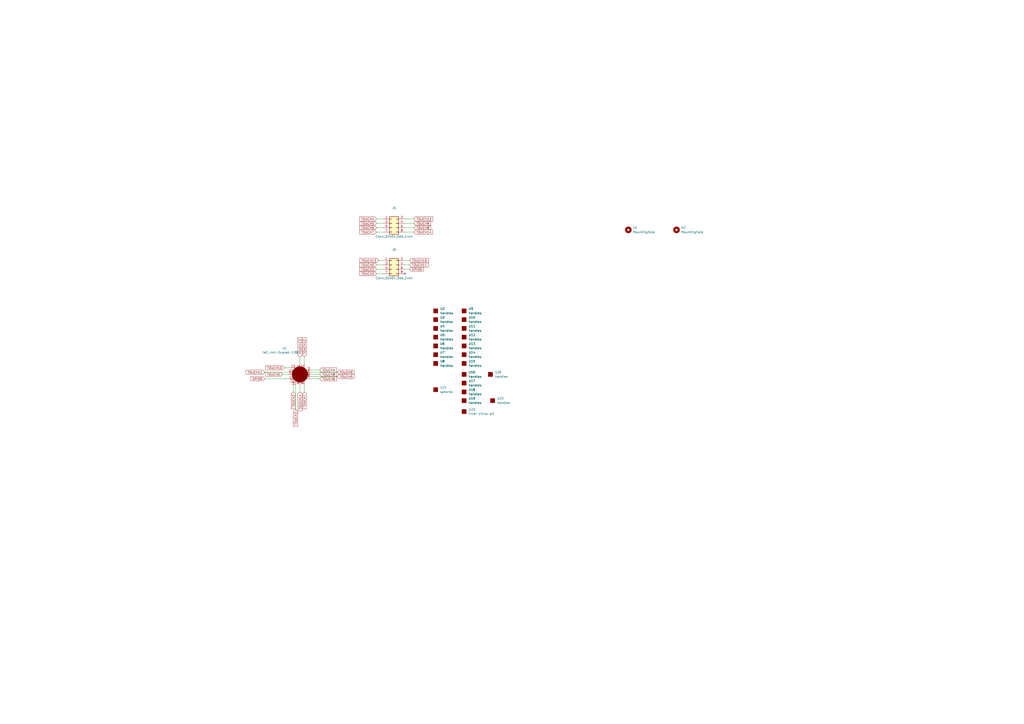
<source format=kicad_sch>
(kicad_sch (version 20211123) (generator eeschema)
  (paper "A2")
  (title_block (title "Side Facing LEDs Prototype") (company "Ironwood Cyber Inc"))
  (lib_symbols
    (symbol "Connector_Generic:Conn_02x04_Odd_Even" (pin_names (offset 1.016) hide)
      (property "Reference" "J" (at 1.27 5.08 0))
      (property "Value" "Conn_02x04_Odd_Even" (at 1.27 -7.62 0))
      (symbol "Conn_02x04_Odd_Even_1_1"
        (rectangle (start -1.27 -4.953) (end 0 -5.207) (stroke (width 0.1524)))
        (rectangle (start -1.27 -2.413) (end 0 -2.667) (stroke (width 0.1524)))
        (rectangle (start -1.27 0.127) (end 0 -0.127) (stroke (width 0.1524)))
        (rectangle (start -1.27 2.667) (end 0 2.413) (stroke (width 0.1524)))
        (rectangle (start -1.27 3.81) (end 3.81 -6.35) (stroke (width 0.254)) (fill (type background)))
        (rectangle (start 3.81 -4.953) (end 2.54 -5.207) (stroke (width 0.1524)))
        (rectangle (start 3.81 -2.413) (end 2.54 -2.667) (stroke (width 0.1524)))
        (rectangle (start 3.81 0.127) (end 2.54 -0.127) (stroke (width 0.1524)))
        (rectangle (start 3.81 2.667) (end 2.54 2.413) (stroke (width 0.1524)))
        (pin passive line (at -5.08 2.54 0) (length 3.81) (name "Pin_1") (number "1"))
        (pin passive line (at 7.62 2.54 180) (length 3.81) (name "Pin_2") (number "2"))
        (pin passive line (at -5.08 0 0) (length 3.81) (name "Pin_3") (number "3"))
        (pin passive line (at 7.62 0 180) (length 3.81) (name "Pin_4") (number "4"))
        (pin passive line (at -5.08 -2.54 0) (length 3.81) (name "Pin_5") (number "5"))
        (pin passive line (at 7.62 -2.54 180) (length 3.81) (name "Pin_6") (number "6"))
        (pin passive line (at -5.08 -5.08 0) (length 3.81) (name "Pin_7") (number "7"))
        (pin passive line (at 7.62 -5.08 180) (length 3.81) (name "Pin_8") (number "8"))
      )
    )
    (symbol "Mechanical:MountingHole" (pin_names (offset 1.016))
      (property "Reference" "H" (at 0 5.08 0))
      (property "Value" "MountingHole" (at 0 3.175 0))
      (symbol "MountingHole_0_1"
        (circle (center 0 0) (radius 1.27) (stroke (width 1.27)))
      )
    )
    (symbol "iwc_badge_library:IWC-Art-Scaled-138"
      (property "Reference" "U" (at 0 0 0))
      (property "Value" "IWC-Art-Scaled-138" (at 0 2.54 0))
      (symbol "IWC-Art-Scaled-138_0_1"
        (circle (center -1.27 -11.43) (radius 4.5791) (fill (type outline)))
      )
      (symbol "IWC-Art-Scaled-138_1_1"
        (pin input line (at -1.27 -5.08 270) (length 2.54) (name "") (number "1"))
        (pin input line (at -3.81 -17.78 90) (length 2.54) (name "") (number "10"))
        (pin input line (at -5.08 -16.51 90) (length 2.54) (name "") (number "11"))
        (pin input line (at -7.62 -13.97 0) (length 2.54) (name "") (number "12"))
        (pin input line (at -7.62 -11.43 0) (length 2.54) (name "") (number "13"))
        (pin input line (at -7.62 -10.16 0) (length 2.54) (name "") (number "14"))
        (pin input line (at -6.35 -7.62 0) (length 2.54) (name "") (number "15"))
        (pin input line (at 1.27 -5.08 270) (length 2.54) (name "") (number "2"))
        (pin input line (at 5.08 -8.89 180) (length 2.54) (name "") (number "3"))
        (pin input line (at 5.08 -10.16 180) (length 2.54) (name "") (number "4"))
        (pin input line (at 5.08 -11.43 180) (length 2.54) (name "") (number "5"))
        (pin input line (at 5.08 -12.7 180) (length 2.54) (name "") (number "6"))
        (pin input line (at 5.08 -13.97 180) (length 2.54) (name "") (number "7"))
        (pin input line (at 1.27 -17.78 90) (length 2.54) (name "") (number "8"))
        (pin input line (at -1.27 -17.78 90) (length 2.54) (name "") (number "9"))
      )
    )
    (symbol "iwc_badge_library:handles"
      (property "Reference" "U" (at 0 1.27 0))
      (property "Value" "handles" (at 0 0 0))
      (symbol "handles_0_0"
        (rectangle (start -1.27 -1.27) (end 1.27 -3.81) (fill (type outline)))
      )
    )
  )
  (no_connect (at 234.95 158.75))
  (wire (pts (xy 240.03 132.08) (xy 234.95 132.08)))
  (wire (pts (xy 185.42 217.17) (xy 180.34 217.17)))
  (wire (pts (xy 153.67 215.9) (xy 167.64 215.9)))
  (wire (pts (xy 234.95 156.21) (xy 237.49 156.21)))
  (wire (pts (xy 185.42 214.63) (xy 180.34 214.63)))
  (wire (pts (xy 195.58 215.9) (xy 180.34 215.9)))
  (wire (pts (xy 176.53 227.33) (xy 176.53 223.52)))
  (wire (pts (xy 240.03 129.54) (xy 234.95 129.54)))
  (wire (pts (xy 218.44 127) (xy 222.25 127)))
  (wire (pts (xy 218.44 134.62) (xy 222.25 134.62)))
  (wire (pts (xy 218.44 132.08) (xy 222.25 132.08)))
  (wire (pts (xy 237.49 153.67) (xy 234.95 153.67)))
  (wire (pts (xy 173.99 227.33) (xy 173.99 223.52)))
  (wire (pts (xy 170.18 227.33) (xy 170.18 222.25)))
  (wire (pts (xy 165.1 213.36) (xy 168.91 213.36)))
  (wire (pts (xy 185.42 219.71) (xy 180.34 219.71)))
  (wire (pts (xy 171.45 237.49) (xy 171.45 223.52)))
  (wire (pts (xy 218.44 156.21) (xy 222.25 156.21)))
  (wire (pts (xy 173.99 207.01) (xy 173.99 210.82)))
  (wire (pts (xy 218.44 153.67) (xy 222.25 153.67)))
  (wire (pts (xy 195.58 218.44) (xy 180.34 218.44)))
  (wire (pts (xy 219.71 151.13) (xy 222.25 151.13)))
  (wire (pts (xy 176.53 207.01) (xy 176.53 210.82)))
  (wire (pts (xy 218.44 129.54) (xy 222.25 129.54)))
  (wire (pts (xy 237.49 151.13) (xy 234.95 151.13)))
  (wire (pts (xy 240.03 134.62) (xy 234.95 134.62)))
  (wire (pts (xy 218.44 158.75) (xy 222.25 158.75)))
  (wire (pts (xy 240.03 127) (xy 234.95 127)))
  (wire (pts (xy 163.83 217.17) (xy 167.64 217.17)))
  (wire (pts (xy 153.67 219.71) (xy 167.64 219.71)))
  (global_label "GPIO0" (shape input) (at 237.49 156.21 0) (property "Intersheet References" "${INTERSHEET_REFS}" (effects hide)))
  (global_label "TOUCH4" (shape input) (at 218.44 127 180) (property "Intersheet References" "${INTERSHEET_REFS}" (effects hide)))
  (global_label "TOUCH3" (shape input) (at 171.45 237.49 270) (property "Intersheet References" "${INTERSHEET_REFS}" (effects hide)))
  (global_label "TOUCH11" (shape input) (at 237.49 153.67 0) (property "Intersheet References" "${INTERSHEET_REFS}" (effects hide)))
  (global_label "TOUCH7" (shape input) (at 218.44 134.62 180) (property "Intersheet References" "${INTERSHEET_REFS}" (effects hide)))
  (global_label "TOUCH11" (shape input) (at 153.67 215.9 180) (property "Intersheet References" "${INTERSHEET_REFS}" (effects hide)))
  (global_label "TOUCH2" (shape input) (at 218.44 156.21 180) (property "Intersheet References" "${INTERSHEET_REFS}" (effects hide)))
  (global_label "TOUCH2" (shape input) (at 170.18 227.33 270) (property "Intersheet References" "${INTERSHEET_REFS}" (effects hide)))
  (global_label "TOUCH6" (shape input) (at 185.42 219.71 0) (property "Intersheet References" "${INTERSHEET_REFS}" (effects hide)))
  (global_label "TOUCH4" (shape input) (at 185.42 214.63 0) (property "Intersheet References" "${INTERSHEET_REFS}" (effects hide)))
  (global_label "TOUCH13" (shape input) (at 219.71 151.13 180) (property "Intersheet References" "${INTERSHEET_REFS}" (effects hide)))
  (global_label "TOUCH0" (shape input) (at 163.83 217.17 180) (property "Intersheet References" "${INTERSHEET_REFS}" (effects hide)))
  (global_label "TOUCH10" (shape input) (at 165.1 213.36 180) (property "Intersheet References" "${INTERSHEET_REFS}" (effects hide)))
  (global_label "TOUCH5" (shape input) (at 218.44 129.54 180) (property "Intersheet References" "${INTERSHEET_REFS}" (effects hide)))
  (global_label "TOUCH7" (shape input) (at 176.53 227.33 270) (property "Intersheet References" "${INTERSHEET_REFS}" (effects hide)))
  (global_label "GPIO0" (shape input) (at 153.67 219.71 180) (property "Intersheet References" "${INTERSHEET_REFS}" (effects hide)))
  (global_label "TOUCH10" (shape input) (at 237.49 151.13 0) (property "Intersheet References" "${INTERSHEET_REFS}" (effects hide)))
  (global_label "TOUCH9" (shape input) (at 195.58 215.9 0) (property "Intersheet References" "${INTERSHEET_REFS}" (effects hide)))
  (global_label "TOUCH6" (shape input) (at 218.44 132.08 180) (property "Intersheet References" "${INTERSHEET_REFS}" (effects hide)))
  (global_label "TOUCH13" (shape input) (at 173.99 207.01 90) (property "Intersheet References" "${INTERSHEET_REFS}" (effects hide)))
  (global_label "TOUCH8" (shape input) (at 240.03 132.08 0) (property "Intersheet References" "${INTERSHEET_REFS}" (effects hide)))
  (global_label "TOUCH14" (shape input) (at 173.99 227.33 270) (property "Intersheet References" "${INTERSHEET_REFS}" (effects hide)))
  (global_label "TOUCH5" (shape input) (at 195.58 218.44 0) (property "Intersheet References" "${INTERSHEET_REFS}" (effects hide)))
  (global_label "TOUCH12" (shape input) (at 240.03 127 0) (property "Intersheet References" "${INTERSHEET_REFS}" (effects hide)))
  (global_label "TOUCH0" (shape input) (at 218.44 153.67 180) (property "Intersheet References" "${INTERSHEET_REFS}" (effects hide)))
  (global_label "TOUCH9" (shape input) (at 240.03 129.54 0) (property "Intersheet References" "${INTERSHEET_REFS}" (effects hide)))
  (global_label "TOUCH14" (shape input) (at 240.03 134.62 0) (property "Intersheet References" "${INTERSHEET_REFS}" (effects hide)))
  (global_label "TOUCH12" (shape input) (at 176.53 207.01 90) (property "Intersheet References" "${INTERSHEET_REFS}" (effects hide)))
  (global_label "TOUCH3" (shape input) (at 218.44 158.75 180) (property "Intersheet References" "${INTERSHEET_REFS}" (effects hide)))
  (global_label "TOUCH8" (shape input) (at 185.42 217.17 0) (property "Intersheet References" "${INTERSHEET_REFS}" (effects hide)))
  (symbol (lib_id "iwc_badge_library:IWC-Art-Scaled-138") (at 175.26 205.74 0) (unit 1)
    (property "Reference" "U1" (at 165.1 201.93 0))
    (property "Value" "IWC-Art-Scaled-138" (at 162.56 204.47 0))
    (property "Footprint" "iwc_badge_library:IWC Art" (effects hide))
  )
  (symbol (lib_id "iwc_badge_library:handles") (at 252.73 208.28 0) (unit 1)
    (property "Reference" "U8" (at 255.27 209.5499 0) (effects (justify left)))
    (property "Value" "handles" (at 255.27 212.0899 0) (effects (justify left)))
    (property "Footprint" "iwc_badge_library:handle_evan" (effects hide))
  )
  (symbol (lib_id "iwc_badge_library:handles") (at 269.24 177.8 0) (unit 1)
    (property "Reference" "U9" (at 271.78 179.0699 0) (effects (justify left)))
    (property "Value" "handles" (at 271.78 181.6099 0) (effects (justify left)))
    (property "Footprint" "iwc_badge_library:handle_brandon" (effects hide))
  )
  (symbol (lib_id "iwc_badge_library:handles") (at 285.75 229.87 0) (unit 1)
    (property "Reference" "U22" (at 288.29 231.1399 0) (effects (justify left)))
    (property "Value" "handles" (at 288.29 233.6799 0) (effects (justify left)))
    (property "Footprint" "iwc_badge_library:handle_judy" (effects hide))
  )
  (symbol (lib_id "iwc_badge_library:handles") (at 269.24 208.28 0) (unit 1)
    (property "Reference" "U15" (at 271.78 209.5499 0) (effects (justify left)))
    (property "Value" "handles" (at 271.78 212.0899 0) (effects (justify left)))
    (property "Footprint" "iwc_badge_library:handle_jeff" (effects hide))
  )
  (symbol (lib_id "iwc_badge_library:handles") (at 252.73 198.12 0) (unit 1)
    (property "Reference" "U6" (at 255.27 199.3899 0) (effects (justify left)))
    (property "Value" "handles" (at 255.27 201.9299 0) (effects (justify left)))
    (property "Footprint" "iwc_badge_library:handle_addison" (effects hide))
  )
  (symbol (lib_id "iwc_badge_library:handles") (at 269.24 187.96 0) (unit 1)
    (property "Reference" "U11" (at 271.78 189.2299 0) (effects (justify left)))
    (property "Value" "handles" (at 271.78 191.7699 0) (effects (justify left)))
    (property "Footprint" "iwc_badge_library:handle_harrison" (effects hide))
  )
  (symbol (lib_id "iwc_badge_library:handles") (at 269.24 182.88 0) (unit 1)
    (property "Reference" "U10" (at 271.78 184.1499 0) (effects (justify left)))
    (property "Value" "handles" (at 271.78 186.6899 0) (effects (justify left)))
    (property "Footprint" "iwc_badge_library:handle_james" (effects hide))
  )
  (symbol (lib_id "iwc_badge_library:handles") (at 269.24 236.22 0) (unit 1)
    (property "Reference" "U23" (at 271.78 237.4899 0) (effects (justify left)))
    (property "Value" "inner circle art" (at 271.78 240.0299 0) (effects (justify left)))
    (property "Footprint" "iwc_badge_library:inner_circle" (effects hide))
  )
  (symbol (lib_id "Connector_Generic:Conn_02x04_Odd_Even") (at 227.33 153.67 0) (unit 1)
    (property "Reference" "J6" (at 228.6 144.78 0))
    (property "Value" "Conn_02x04_Odd_Even" (at 228.6 161.29 0))
    (property "Footprint" "Connector_PinHeader_2.00mm:PinHeader_2x04_P2.00mm_Vertical_SMD" (effects hide))
  )
  (symbol (lib_id "Connector_Generic:Conn_02x04_Odd_Even") (at 227.33 129.54 0) (unit 1)
    (property "Reference" "J5" (at 228.6 120.65 0))
    (property "Value" "Conn_02x04_Odd_Even" (at 228.6 137.16 0))
    (property "Footprint" "Connector_PinHeader_2.00mm:PinHeader_2x04_P2.00mm_Vertical_SMD" (effects hide))
  )
  (symbol (lib_id "iwc_badge_library:handles") (at 252.73 187.96 0) (unit 1)
    (property "Reference" "U4" (at 255.27 189.2299 0) (effects (justify left)))
    (property "Value" "handles" (at 255.27 191.7699 0) (effects (justify left)))
    (property "Footprint" "iwc_badge_library:handle_jose" (effects hide))
  )
  (symbol (lib_id "iwc_badge_library:handles") (at 269.24 193.04 0) (unit 1)
    (property "Reference" "U12" (at 271.78 194.3099 0) (effects (justify left)))
    (property "Value" "handles" (at 271.78 196.8499 0) (effects (justify left)))
    (property "Footprint" "iwc_badge_library:handle_liam" (effects hide))
  )
  (symbol (lib_id "iwc_badge_library:handles") (at 252.73 203.2 0) (unit 1)
    (property "Reference" "U7" (at 255.27 204.4699 0) (effects (justify left)))
    (property "Value" "handles" (at 255.27 207.0099 0) (effects (justify left)))
    (property "Footprint" "iwc_badge_library:handle_cooper" (effects hide))
  )
  (symbol (lib_id "Mechanical:MountingHole") (at 364.49 133.35 0) (unit 1)
    (property "Reference" "H1" (at 367.03 132.0799 0) (effects (justify left)))
    (property "Value" "MountingHole" (at 367.03 134.6199 0) (effects (justify left)))
    (property "Footprint" "MountingHole:MountingHole_3.2mm_M3" (effects hide))
  )
  (symbol (lib_id "iwc_badge_library:handles") (at 252.73 193.04 0) (unit 1)
    (property "Reference" "U5" (at 255.27 194.3099 0) (effects (justify left)))
    (property "Value" "handles" (at 255.27 196.8499 0) (effects (justify left)))
    (property "Footprint" "iwc_badge_library:handle_shaun" (effects hide))
  )
  (symbol (lib_id "Mechanical:MountingHole") (at 392.43 133.35 0) (unit 1)
    (property "Reference" "H2" (at 394.97 132.0799 0) (effects (justify left)))
    (property "Value" "MountingHole" (at 394.97 134.6199 0) (effects (justify left)))
    (property "Footprint" "MountingHole:MountingHole_3.2mm_M3" (effects hide))
  )
  (symbol (lib_id "iwc_badge_library:handles") (at 284.48 214.63 0) (unit 1)
    (property "Reference" "U20" (at 287.02 215.8999 0) (effects (justify left)))
    (property "Value" "handles" (at 287.02 218.4399 0) (effects (justify left)))
    (property "Footprint" "iwc_badge_library:handle_jonathan" (effects hide))
  )
  (symbol (lib_id "iwc_badge_library:handles") (at 269.24 214.63 0) (unit 1)
    (property "Reference" "U16" (at 271.78 215.8999 0) (effects (justify left)))
    (property "Value" "handles" (at 271.78 218.4399 0) (effects (justify left)))
    (property "Footprint" "iwc_badge_library:handle_kornelius" (effects hide))
  )
  (symbol (lib_id "iwc_badge_library:handles") (at 269.24 203.2 0) (unit 1)
    (property "Reference" "U14" (at 271.78 204.4699 0) (effects (justify left)))
    (property "Value" "handles" (at 271.78 207.0099 0) (effects (justify left)))
    (property "Footprint" "iwc_badge_library:handle_tiff" (effects hide))
  )
  (symbol (lib_id "iwc_badge_library:handles") (at 252.73 177.8 0) (unit 1)
    (property "Reference" "U2" (at 255.27 179.0699 0) (effects (justify left)))
    (property "Value" "handles" (at 255.27 181.6099 0) (effects (justify left)))
    (property "Footprint" "iwc_badge_library:handle_aaron" (effects hide))
  )
  (symbol (lib_id "iwc_badge_library:handles") (at 269.24 198.12 0) (unit 1)
    (property "Reference" "U13" (at 271.78 199.3899 0) (effects (justify left)))
    (property "Value" "handles" (at 271.78 201.9299 0) (effects (justify left)))
    (property "Footprint" "iwc_badge_library:handle_max" (effects hide))
  )
  (symbol (lib_id "iwc_badge_library:handles") (at 269.24 229.87 0) (unit 1)
    (property "Reference" "U19" (at 271.78 231.1399 0) (effects (justify left)))
    (property "Value" "handles" (at 271.78 233.6799 0) (effects (justify left)))
    (property "Footprint" "iwc_badge_library:handle_nitron" (effects hide))
  )
  (symbol (lib_id "iwc_badge_library:handles") (at 252.73 182.88 0) (unit 1)
    (property "Reference" "U3" (at 255.27 184.1499 0) (effects (justify left)))
    (property "Value" "handles" (at 255.27 186.6899 0) (effects (justify left)))
    (property "Footprint" "iwc_badge_library:handle_ethan" (effects hide))
  )
  (symbol (lib_id "iwc_badge_library:handles") (at 269.24 219.71 0) (unit 1)
    (property "Reference" "U17" (at 271.78 220.9799 0) (effects (justify left)))
    (property "Value" "handles" (at 271.78 223.5199 0) (effects (justify left)))
    (property "Footprint" "iwc_badge_library:handle_perceval" (effects hide))
  )
  (symbol (lib_id "iwc_badge_library:handles") (at 269.24 224.79 0) (unit 1)
    (property "Reference" "U18" (at 271.78 226.0599 0) (effects (justify left)))
    (property "Value" "handles" (at 271.78 228.5999 0) (effects (justify left)))
    (property "Footprint" "iwc_badge_library:handle_washcycle" (effects hide))
  )
  (symbol (lib_id "iwc_badge_library:handles") (at 252.73 223.52 0) (unit 1)
    (property "Reference" "U21" (at 255.27 224.7899 0) (effects (justify left)))
    (property "Value" "spheres" (at 255.27 227.3299 0) (effects (justify left)))
    (property "Footprint" "iwc_badge_library:sphere_aaron" (effects hide))
  )
)
</source>
